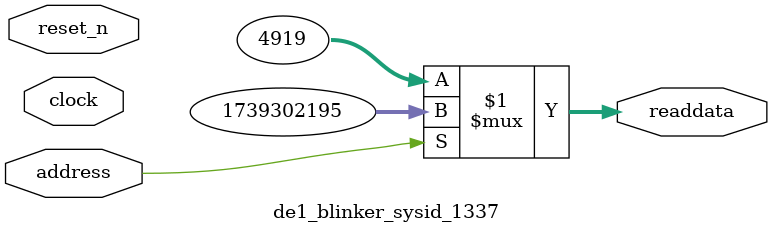
<source format=v>

`timescale 1ns / 1ps
// synthesis translate_on

// turn off superfluous verilog processor warnings 
// altera message_level Level1 
// altera message_off 10034 10035 10036 10037 10230 10240 10030 

module de1_blinker_sysid_1337 (
               // inputs:
                address,
                clock,
                reset_n,

               // outputs:
                readdata
             )
;

  output  [ 31: 0] readdata;
  input            address;
  input            clock;
  input            reset_n;

  wire    [ 31: 0] readdata;
  //control_slave, which is an e_avalon_slave
  assign readdata = address ? 1739302195 : 4919;

endmodule




</source>
